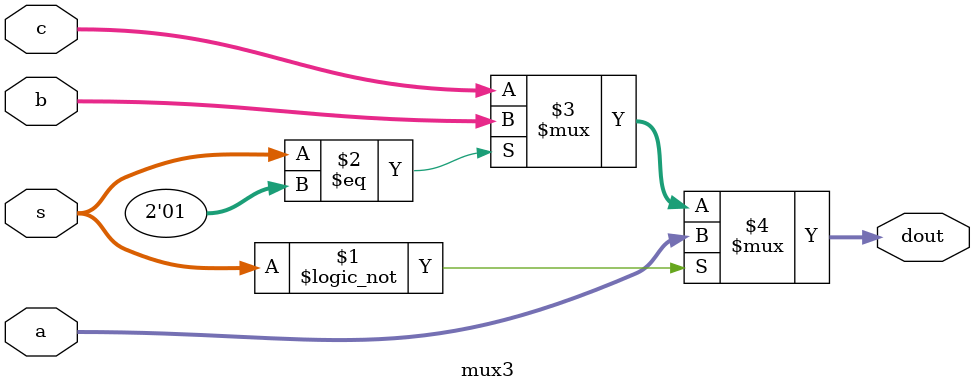
<source format=v>
module mux2 #(parameter W = 32) (a, b, s, dout);
	input	[W-1:0]	a;
	input	[W-1:0]	b;
	input			s;
	output	[W-1:0]	dout;
	
	assign dout = s ? b : a;
endmodule

module mux3 #(parameter W = 32) (a, b, c, s, dout);
	input	[W-1:0]	a;
	input	[W-1:0]	b;
	input	[W-1:0]	c;
	input	[1:0]	s;
	output	[W-1:0]	dout;
	
	assign dout = (s==2'b00) ? a : (s==2'b01) ? b : c;
endmodule
</source>
